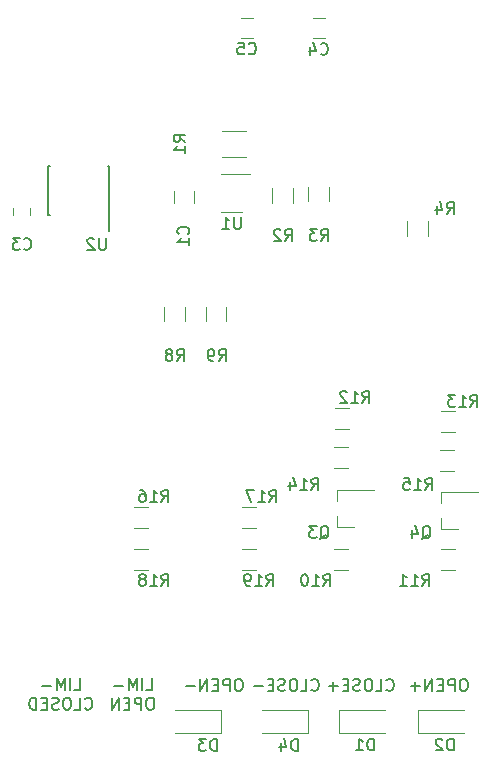
<source format=gbo>
G04 #@! TF.GenerationSoftware,KiCad,Pcbnew,(5.0.0-3-g5ebb6b6)*
G04 #@! TF.CreationDate,2018-11-03T13:06:53-04:00*
G04 #@! TF.ProjectId,injector,696E6A6563746F722E6B696361645F70,rev?*
G04 #@! TF.SameCoordinates,Original*
G04 #@! TF.FileFunction,Legend,Bot*
G04 #@! TF.FilePolarity,Positive*
%FSLAX46Y46*%
G04 Gerber Fmt 4.6, Leading zero omitted, Abs format (unit mm)*
G04 Created by KiCad (PCBNEW (5.0.0-3-g5ebb6b6)) date Saturday, November 03, 2018 at 01:06:53 PM*
%MOMM*%
%LPD*%
G01*
G04 APERTURE LIST*
%ADD10C,0.150000*%
%ADD11C,0.120000*%
G04 APERTURE END LIST*
D10*
X145645047Y-142121380D02*
X146121238Y-142121380D01*
X146121238Y-141121380D01*
X145311714Y-142121380D02*
X145311714Y-141121380D01*
X144835523Y-142121380D02*
X144835523Y-141121380D01*
X144502190Y-141835666D01*
X144168857Y-141121380D01*
X144168857Y-142121380D01*
X143692666Y-141740428D02*
X142930761Y-141740428D01*
X146573619Y-143676142D02*
X146621238Y-143723761D01*
X146764095Y-143771380D01*
X146859333Y-143771380D01*
X147002190Y-143723761D01*
X147097428Y-143628523D01*
X147145047Y-143533285D01*
X147192666Y-143342809D01*
X147192666Y-143199952D01*
X147145047Y-143009476D01*
X147097428Y-142914238D01*
X147002190Y-142819000D01*
X146859333Y-142771380D01*
X146764095Y-142771380D01*
X146621238Y-142819000D01*
X146573619Y-142866619D01*
X145668857Y-143771380D02*
X146145047Y-143771380D01*
X146145047Y-142771380D01*
X145145047Y-142771380D02*
X144954571Y-142771380D01*
X144859333Y-142819000D01*
X144764095Y-142914238D01*
X144716476Y-143104714D01*
X144716476Y-143438047D01*
X144764095Y-143628523D01*
X144859333Y-143723761D01*
X144954571Y-143771380D01*
X145145047Y-143771380D01*
X145240285Y-143723761D01*
X145335523Y-143628523D01*
X145383142Y-143438047D01*
X145383142Y-143104714D01*
X145335523Y-142914238D01*
X145240285Y-142819000D01*
X145145047Y-142771380D01*
X144335523Y-143723761D02*
X144192666Y-143771380D01*
X143954571Y-143771380D01*
X143859333Y-143723761D01*
X143811714Y-143676142D01*
X143764095Y-143580904D01*
X143764095Y-143485666D01*
X143811714Y-143390428D01*
X143859333Y-143342809D01*
X143954571Y-143295190D01*
X144145047Y-143247571D01*
X144240285Y-143199952D01*
X144287904Y-143152333D01*
X144335523Y-143057095D01*
X144335523Y-142961857D01*
X144287904Y-142866619D01*
X144240285Y-142819000D01*
X144145047Y-142771380D01*
X143906952Y-142771380D01*
X143764095Y-142819000D01*
X143335523Y-143247571D02*
X143002190Y-143247571D01*
X142859333Y-143771380D02*
X143335523Y-143771380D01*
X143335523Y-142771380D01*
X142859333Y-142771380D01*
X142430761Y-143771380D02*
X142430761Y-142771380D01*
X142192666Y-142771380D01*
X142049809Y-142819000D01*
X141954571Y-142914238D01*
X141906952Y-143009476D01*
X141859333Y-143199952D01*
X141859333Y-143342809D01*
X141906952Y-143533285D01*
X141954571Y-143628523D01*
X142049809Y-143723761D01*
X142192666Y-143771380D01*
X142430761Y-143771380D01*
X151741047Y-142121380D02*
X152217238Y-142121380D01*
X152217238Y-141121380D01*
X151407714Y-142121380D02*
X151407714Y-141121380D01*
X150931523Y-142121380D02*
X150931523Y-141121380D01*
X150598190Y-141835666D01*
X150264857Y-141121380D01*
X150264857Y-142121380D01*
X149788666Y-141740428D02*
X149026761Y-141740428D01*
X152193428Y-142771380D02*
X152002952Y-142771380D01*
X151907714Y-142819000D01*
X151812476Y-142914238D01*
X151764857Y-143104714D01*
X151764857Y-143438047D01*
X151812476Y-143628523D01*
X151907714Y-143723761D01*
X152002952Y-143771380D01*
X152193428Y-143771380D01*
X152288666Y-143723761D01*
X152383904Y-143628523D01*
X152431523Y-143438047D01*
X152431523Y-143104714D01*
X152383904Y-142914238D01*
X152288666Y-142819000D01*
X152193428Y-142771380D01*
X151336285Y-143771380D02*
X151336285Y-142771380D01*
X150955333Y-142771380D01*
X150860095Y-142819000D01*
X150812476Y-142866619D01*
X150764857Y-142961857D01*
X150764857Y-143104714D01*
X150812476Y-143199952D01*
X150860095Y-143247571D01*
X150955333Y-143295190D01*
X151336285Y-143295190D01*
X150336285Y-143247571D02*
X150002952Y-143247571D01*
X149860095Y-143771380D02*
X150336285Y-143771380D01*
X150336285Y-142771380D01*
X149860095Y-142771380D01*
X149431523Y-143771380D02*
X149431523Y-142771380D01*
X148860095Y-143771380D01*
X148860095Y-142771380D01*
X159670476Y-141184380D02*
X159480000Y-141184380D01*
X159384761Y-141232000D01*
X159289523Y-141327238D01*
X159241904Y-141517714D01*
X159241904Y-141851047D01*
X159289523Y-142041523D01*
X159384761Y-142136761D01*
X159480000Y-142184380D01*
X159670476Y-142184380D01*
X159765714Y-142136761D01*
X159860952Y-142041523D01*
X159908571Y-141851047D01*
X159908571Y-141517714D01*
X159860952Y-141327238D01*
X159765714Y-141232000D01*
X159670476Y-141184380D01*
X158813333Y-142184380D02*
X158813333Y-141184380D01*
X158432380Y-141184380D01*
X158337142Y-141232000D01*
X158289523Y-141279619D01*
X158241904Y-141374857D01*
X158241904Y-141517714D01*
X158289523Y-141612952D01*
X158337142Y-141660571D01*
X158432380Y-141708190D01*
X158813333Y-141708190D01*
X157813333Y-141660571D02*
X157480000Y-141660571D01*
X157337142Y-142184380D02*
X157813333Y-142184380D01*
X157813333Y-141184380D01*
X157337142Y-141184380D01*
X156908571Y-142184380D02*
X156908571Y-141184380D01*
X156337142Y-142184380D01*
X156337142Y-141184380D01*
X155860952Y-141803428D02*
X155099047Y-141803428D01*
X165742666Y-142089142D02*
X165790285Y-142136761D01*
X165933142Y-142184380D01*
X166028380Y-142184380D01*
X166171238Y-142136761D01*
X166266476Y-142041523D01*
X166314095Y-141946285D01*
X166361714Y-141755809D01*
X166361714Y-141612952D01*
X166314095Y-141422476D01*
X166266476Y-141327238D01*
X166171238Y-141232000D01*
X166028380Y-141184380D01*
X165933142Y-141184380D01*
X165790285Y-141232000D01*
X165742666Y-141279619D01*
X164837904Y-142184380D02*
X165314095Y-142184380D01*
X165314095Y-141184380D01*
X164314095Y-141184380D02*
X164123619Y-141184380D01*
X164028380Y-141232000D01*
X163933142Y-141327238D01*
X163885523Y-141517714D01*
X163885523Y-141851047D01*
X163933142Y-142041523D01*
X164028380Y-142136761D01*
X164123619Y-142184380D01*
X164314095Y-142184380D01*
X164409333Y-142136761D01*
X164504571Y-142041523D01*
X164552190Y-141851047D01*
X164552190Y-141517714D01*
X164504571Y-141327238D01*
X164409333Y-141232000D01*
X164314095Y-141184380D01*
X163504571Y-142136761D02*
X163361714Y-142184380D01*
X163123619Y-142184380D01*
X163028380Y-142136761D01*
X162980761Y-142089142D01*
X162933142Y-141993904D01*
X162933142Y-141898666D01*
X162980761Y-141803428D01*
X163028380Y-141755809D01*
X163123619Y-141708190D01*
X163314095Y-141660571D01*
X163409333Y-141612952D01*
X163456952Y-141565333D01*
X163504571Y-141470095D01*
X163504571Y-141374857D01*
X163456952Y-141279619D01*
X163409333Y-141232000D01*
X163314095Y-141184380D01*
X163076000Y-141184380D01*
X162933142Y-141232000D01*
X162504571Y-141660571D02*
X162171238Y-141660571D01*
X162028380Y-142184380D02*
X162504571Y-142184380D01*
X162504571Y-141184380D01*
X162028380Y-141184380D01*
X161599809Y-141803428D02*
X160837904Y-141803428D01*
X172092666Y-142089142D02*
X172140285Y-142136761D01*
X172283142Y-142184380D01*
X172378380Y-142184380D01*
X172521238Y-142136761D01*
X172616476Y-142041523D01*
X172664095Y-141946285D01*
X172711714Y-141755809D01*
X172711714Y-141612952D01*
X172664095Y-141422476D01*
X172616476Y-141327238D01*
X172521238Y-141232000D01*
X172378380Y-141184380D01*
X172283142Y-141184380D01*
X172140285Y-141232000D01*
X172092666Y-141279619D01*
X171187904Y-142184380D02*
X171664095Y-142184380D01*
X171664095Y-141184380D01*
X170664095Y-141184380D02*
X170473619Y-141184380D01*
X170378380Y-141232000D01*
X170283142Y-141327238D01*
X170235523Y-141517714D01*
X170235523Y-141851047D01*
X170283142Y-142041523D01*
X170378380Y-142136761D01*
X170473619Y-142184380D01*
X170664095Y-142184380D01*
X170759333Y-142136761D01*
X170854571Y-142041523D01*
X170902190Y-141851047D01*
X170902190Y-141517714D01*
X170854571Y-141327238D01*
X170759333Y-141232000D01*
X170664095Y-141184380D01*
X169854571Y-142136761D02*
X169711714Y-142184380D01*
X169473619Y-142184380D01*
X169378380Y-142136761D01*
X169330761Y-142089142D01*
X169283142Y-141993904D01*
X169283142Y-141898666D01*
X169330761Y-141803428D01*
X169378380Y-141755809D01*
X169473619Y-141708190D01*
X169664095Y-141660571D01*
X169759333Y-141612952D01*
X169806952Y-141565333D01*
X169854571Y-141470095D01*
X169854571Y-141374857D01*
X169806952Y-141279619D01*
X169759333Y-141232000D01*
X169664095Y-141184380D01*
X169426000Y-141184380D01*
X169283142Y-141232000D01*
X168854571Y-141660571D02*
X168521238Y-141660571D01*
X168378380Y-142184380D02*
X168854571Y-142184380D01*
X168854571Y-141184380D01*
X168378380Y-141184380D01*
X167949809Y-141803428D02*
X167187904Y-141803428D01*
X167568857Y-142184380D02*
X167568857Y-141422476D01*
X178720476Y-141184380D02*
X178530000Y-141184380D01*
X178434761Y-141232000D01*
X178339523Y-141327238D01*
X178291904Y-141517714D01*
X178291904Y-141851047D01*
X178339523Y-142041523D01*
X178434761Y-142136761D01*
X178530000Y-142184380D01*
X178720476Y-142184380D01*
X178815714Y-142136761D01*
X178910952Y-142041523D01*
X178958571Y-141851047D01*
X178958571Y-141517714D01*
X178910952Y-141327238D01*
X178815714Y-141232000D01*
X178720476Y-141184380D01*
X177863333Y-142184380D02*
X177863333Y-141184380D01*
X177482380Y-141184380D01*
X177387142Y-141232000D01*
X177339523Y-141279619D01*
X177291904Y-141374857D01*
X177291904Y-141517714D01*
X177339523Y-141612952D01*
X177387142Y-141660571D01*
X177482380Y-141708190D01*
X177863333Y-141708190D01*
X176863333Y-141660571D02*
X176530000Y-141660571D01*
X176387142Y-142184380D02*
X176863333Y-142184380D01*
X176863333Y-141184380D01*
X176387142Y-141184380D01*
X175958571Y-142184380D02*
X175958571Y-141184380D01*
X175387142Y-142184380D01*
X175387142Y-141184380D01*
X174910952Y-141803428D02*
X174149047Y-141803428D01*
X174530000Y-142184380D02*
X174530000Y-141422476D01*
D11*
G04 #@! TO.C,U1*
X159904000Y-101686000D02*
X158104000Y-101686000D01*
X158104000Y-98466000D02*
X160554000Y-98466000D01*
G04 #@! TO.C,C1*
X155790000Y-99850000D02*
X155790000Y-100850000D01*
X154090000Y-100850000D02*
X154090000Y-99850000D01*
G04 #@! TO.C,C3*
X141934000Y-101870252D02*
X141934000Y-101347748D01*
X140514000Y-101870252D02*
X140514000Y-101347748D01*
G04 #@! TO.C,C4*
X165850000Y-85256000D02*
X166850000Y-85256000D01*
X166850000Y-86956000D02*
X165850000Y-86956000D01*
G04 #@! TO.C,C5*
X159754000Y-85256000D02*
X160754000Y-85256000D01*
X160754000Y-86956000D02*
X159754000Y-86956000D01*
G04 #@! TO.C,D2*
X174788000Y-145780000D02*
X178688000Y-145780000D01*
X174788000Y-143780000D02*
X178688000Y-143780000D01*
X174788000Y-145780000D02*
X174788000Y-143780000D01*
G04 #@! TO.C,D1*
X168056000Y-145780000D02*
X168056000Y-143780000D01*
X168056000Y-143780000D02*
X171956000Y-143780000D01*
X168056000Y-145780000D02*
X171956000Y-145780000D01*
G04 #@! TO.C,D3*
X158080000Y-143780000D02*
X154180000Y-143780000D01*
X158080000Y-145780000D02*
X154180000Y-145780000D01*
X158080000Y-143780000D02*
X158080000Y-145780000D01*
G04 #@! TO.C,D4*
X165444000Y-143780000D02*
X165444000Y-145780000D01*
X165444000Y-145780000D02*
X161544000Y-145780000D01*
X165444000Y-143780000D02*
X161544000Y-143780000D01*
D10*
G04 #@! TO.C,U2*
X148575000Y-101897000D02*
X148575000Y-103297000D01*
X143475000Y-101897000D02*
X143475000Y-97747000D01*
X148625000Y-101897000D02*
X148625000Y-97747000D01*
X143475000Y-101897000D02*
X143620000Y-101897000D01*
X143475000Y-97747000D02*
X143620000Y-97747000D01*
X148625000Y-97747000D02*
X148480000Y-97747000D01*
X148625000Y-101897000D02*
X148575000Y-101897000D01*
D11*
G04 #@! TO.C,R4*
X175632000Y-103644000D02*
X175632000Y-102444000D01*
X173872000Y-102444000D02*
X173872000Y-103644000D01*
G04 #@! TO.C,R3*
X165490000Y-99556000D02*
X165490000Y-100756000D01*
X167250000Y-100756000D02*
X167250000Y-99556000D01*
G04 #@! TO.C,R18*
X150704000Y-131944000D02*
X151904000Y-131944000D01*
X151904000Y-130184000D02*
X150704000Y-130184000D01*
G04 #@! TO.C,R8*
X153298000Y-109716000D02*
X153298000Y-110916000D01*
X155058000Y-110916000D02*
X155058000Y-109716000D01*
G04 #@! TO.C,R9*
X158550500Y-110916000D02*
X158550500Y-109716000D01*
X156790500Y-109716000D02*
X156790500Y-110916000D01*
G04 #@! TO.C,R10*
X167628000Y-131944000D02*
X168828000Y-131944000D01*
X168828000Y-130184000D02*
X167628000Y-130184000D01*
G04 #@! TO.C,R11*
X177939000Y-130184000D02*
X176739000Y-130184000D01*
X176739000Y-131944000D02*
X177939000Y-131944000D01*
G04 #@! TO.C,R19*
X161048000Y-130184000D02*
X159848000Y-130184000D01*
X159848000Y-131944000D02*
X161048000Y-131944000D01*
G04 #@! TO.C,R12*
X168922000Y-118246000D02*
X167722000Y-118246000D01*
X167722000Y-120006000D02*
X168922000Y-120006000D01*
G04 #@! TO.C,R13*
X176739000Y-120260000D02*
X177939000Y-120260000D01*
X177939000Y-118500000D02*
X176739000Y-118500000D01*
G04 #@! TO.C,R14*
X168828000Y-121548000D02*
X167628000Y-121548000D01*
X167628000Y-123308000D02*
X168828000Y-123308000D01*
G04 #@! TO.C,R15*
X176645000Y-123562000D02*
X177845000Y-123562000D01*
X177845000Y-121802000D02*
X176645000Y-121802000D01*
G04 #@! TO.C,R16*
X150704000Y-128388000D02*
X151904000Y-128388000D01*
X151904000Y-126628000D02*
X150704000Y-126628000D01*
G04 #@! TO.C,R2*
X162442000Y-99650000D02*
X162442000Y-100850000D01*
X164202000Y-100850000D02*
X164202000Y-99650000D01*
G04 #@! TO.C,R17*
X161048000Y-126628000D02*
X159848000Y-126628000D01*
X159848000Y-128388000D02*
X161048000Y-128388000D01*
G04 #@! TO.C,R1*
X158163000Y-96955000D02*
X160163000Y-96955000D01*
X160163000Y-94815000D02*
X158163000Y-94815000D01*
G04 #@! TO.C,Q4*
X176683000Y-128514000D02*
X176683000Y-127584000D01*
X176683000Y-125354000D02*
X176683000Y-126284000D01*
X176683000Y-125354000D02*
X179843000Y-125354000D01*
X176683000Y-128514000D02*
X178143000Y-128514000D01*
G04 #@! TO.C,Q3*
X167896000Y-128326000D02*
X169356000Y-128326000D01*
X167896000Y-125166000D02*
X171056000Y-125166000D01*
X167896000Y-125166000D02*
X167896000Y-126096000D01*
X167896000Y-128326000D02*
X167896000Y-127396000D01*
G04 #@! TO.C,U1*
D10*
X159765904Y-102068380D02*
X159765904Y-102877904D01*
X159718285Y-102973142D01*
X159670666Y-103020761D01*
X159575428Y-103068380D01*
X159384952Y-103068380D01*
X159289714Y-103020761D01*
X159242095Y-102973142D01*
X159194476Y-102877904D01*
X159194476Y-102068380D01*
X158194476Y-103068380D02*
X158765904Y-103068380D01*
X158480190Y-103068380D02*
X158480190Y-102068380D01*
X158575428Y-102211238D01*
X158670666Y-102306476D01*
X158765904Y-102354095D01*
G04 #@! TO.C,C1*
X155297142Y-103505333D02*
X155344761Y-103457714D01*
X155392380Y-103314857D01*
X155392380Y-103219619D01*
X155344761Y-103076761D01*
X155249523Y-102981523D01*
X155154285Y-102933904D01*
X154963809Y-102886285D01*
X154820952Y-102886285D01*
X154630476Y-102933904D01*
X154535238Y-102981523D01*
X154440000Y-103076761D01*
X154392380Y-103219619D01*
X154392380Y-103314857D01*
X154440000Y-103457714D01*
X154487619Y-103505333D01*
X155392380Y-104457714D02*
X155392380Y-103886285D01*
X155392380Y-104172000D02*
X154392380Y-104172000D01*
X154535238Y-104076761D01*
X154630476Y-103981523D01*
X154678095Y-103886285D01*
G04 #@! TO.C,C3*
X141390666Y-104751142D02*
X141438285Y-104798761D01*
X141581142Y-104846380D01*
X141676380Y-104846380D01*
X141819238Y-104798761D01*
X141914476Y-104703523D01*
X141962095Y-104608285D01*
X142009714Y-104417809D01*
X142009714Y-104274952D01*
X141962095Y-104084476D01*
X141914476Y-103989238D01*
X141819238Y-103894000D01*
X141676380Y-103846380D01*
X141581142Y-103846380D01*
X141438285Y-103894000D01*
X141390666Y-103941619D01*
X141057333Y-103846380D02*
X140438285Y-103846380D01*
X140771619Y-104227333D01*
X140628761Y-104227333D01*
X140533523Y-104274952D01*
X140485904Y-104322571D01*
X140438285Y-104417809D01*
X140438285Y-104655904D01*
X140485904Y-104751142D01*
X140533523Y-104798761D01*
X140628761Y-104846380D01*
X140914476Y-104846380D01*
X141009714Y-104798761D01*
X141057333Y-104751142D01*
G04 #@! TO.C,C4*
X166516666Y-88241142D02*
X166564285Y-88288761D01*
X166707142Y-88336380D01*
X166802380Y-88336380D01*
X166945238Y-88288761D01*
X167040476Y-88193523D01*
X167088095Y-88098285D01*
X167135714Y-87907809D01*
X167135714Y-87764952D01*
X167088095Y-87574476D01*
X167040476Y-87479238D01*
X166945238Y-87384000D01*
X166802380Y-87336380D01*
X166707142Y-87336380D01*
X166564285Y-87384000D01*
X166516666Y-87431619D01*
X165659523Y-87669714D02*
X165659523Y-88336380D01*
X165897619Y-87288761D02*
X166135714Y-88003047D01*
X165516666Y-88003047D01*
G04 #@! TO.C,C5*
X160420666Y-88213142D02*
X160468285Y-88260761D01*
X160611142Y-88308380D01*
X160706380Y-88308380D01*
X160849238Y-88260761D01*
X160944476Y-88165523D01*
X160992095Y-88070285D01*
X161039714Y-87879809D01*
X161039714Y-87736952D01*
X160992095Y-87546476D01*
X160944476Y-87451238D01*
X160849238Y-87356000D01*
X160706380Y-87308380D01*
X160611142Y-87308380D01*
X160468285Y-87356000D01*
X160420666Y-87403619D01*
X159515904Y-87308380D02*
X159992095Y-87308380D01*
X160039714Y-87784571D01*
X159992095Y-87736952D01*
X159896857Y-87689333D01*
X159658761Y-87689333D01*
X159563523Y-87736952D01*
X159515904Y-87784571D01*
X159468285Y-87879809D01*
X159468285Y-88117904D01*
X159515904Y-88213142D01*
X159563523Y-88260761D01*
X159658761Y-88308380D01*
X159896857Y-88308380D01*
X159992095Y-88260761D01*
X160039714Y-88213142D01*
G04 #@! TO.C,D2*
X177776095Y-147232380D02*
X177776095Y-146232380D01*
X177538000Y-146232380D01*
X177395142Y-146280000D01*
X177299904Y-146375238D01*
X177252285Y-146470476D01*
X177204666Y-146660952D01*
X177204666Y-146803809D01*
X177252285Y-146994285D01*
X177299904Y-147089523D01*
X177395142Y-147184761D01*
X177538000Y-147232380D01*
X177776095Y-147232380D01*
X176823714Y-146327619D02*
X176776095Y-146280000D01*
X176680857Y-146232380D01*
X176442761Y-146232380D01*
X176347523Y-146280000D01*
X176299904Y-146327619D01*
X176252285Y-146422857D01*
X176252285Y-146518095D01*
X176299904Y-146660952D01*
X176871333Y-147232380D01*
X176252285Y-147232380D01*
G04 #@! TO.C,D1*
X171044095Y-147232380D02*
X171044095Y-146232380D01*
X170806000Y-146232380D01*
X170663142Y-146280000D01*
X170567904Y-146375238D01*
X170520285Y-146470476D01*
X170472666Y-146660952D01*
X170472666Y-146803809D01*
X170520285Y-146994285D01*
X170567904Y-147089523D01*
X170663142Y-147184761D01*
X170806000Y-147232380D01*
X171044095Y-147232380D01*
X169520285Y-147232380D02*
X170091714Y-147232380D01*
X169806000Y-147232380D02*
X169806000Y-146232380D01*
X169901238Y-146375238D01*
X169996476Y-146470476D01*
X170091714Y-146518095D01*
G04 #@! TO.C,D3*
X157710095Y-147264380D02*
X157710095Y-146264380D01*
X157472000Y-146264380D01*
X157329142Y-146312000D01*
X157233904Y-146407238D01*
X157186285Y-146502476D01*
X157138666Y-146692952D01*
X157138666Y-146835809D01*
X157186285Y-147026285D01*
X157233904Y-147121523D01*
X157329142Y-147216761D01*
X157472000Y-147264380D01*
X157710095Y-147264380D01*
X156805333Y-146264380D02*
X156186285Y-146264380D01*
X156519619Y-146645333D01*
X156376761Y-146645333D01*
X156281523Y-146692952D01*
X156233904Y-146740571D01*
X156186285Y-146835809D01*
X156186285Y-147073904D01*
X156233904Y-147169142D01*
X156281523Y-147216761D01*
X156376761Y-147264380D01*
X156662476Y-147264380D01*
X156757714Y-147216761D01*
X156805333Y-147169142D01*
G04 #@! TO.C,D4*
X164568095Y-147264380D02*
X164568095Y-146264380D01*
X164330000Y-146264380D01*
X164187142Y-146312000D01*
X164091904Y-146407238D01*
X164044285Y-146502476D01*
X163996666Y-146692952D01*
X163996666Y-146835809D01*
X164044285Y-147026285D01*
X164091904Y-147121523D01*
X164187142Y-147216761D01*
X164330000Y-147264380D01*
X164568095Y-147264380D01*
X163139523Y-146597714D02*
X163139523Y-147264380D01*
X163377619Y-146216761D02*
X163615714Y-146931047D01*
X162996666Y-146931047D01*
G04 #@! TO.C,U2*
X148335904Y-103846380D02*
X148335904Y-104655904D01*
X148288285Y-104751142D01*
X148240666Y-104798761D01*
X148145428Y-104846380D01*
X147954952Y-104846380D01*
X147859714Y-104798761D01*
X147812095Y-104751142D01*
X147764476Y-104655904D01*
X147764476Y-103846380D01*
X147335904Y-103941619D02*
X147288285Y-103894000D01*
X147193047Y-103846380D01*
X146954952Y-103846380D01*
X146859714Y-103894000D01*
X146812095Y-103941619D01*
X146764476Y-104036857D01*
X146764476Y-104132095D01*
X146812095Y-104274952D01*
X147383523Y-104846380D01*
X146764476Y-104846380D01*
G04 #@! TO.C,R4*
X177204666Y-101798380D02*
X177538000Y-101322190D01*
X177776095Y-101798380D02*
X177776095Y-100798380D01*
X177395142Y-100798380D01*
X177299904Y-100846000D01*
X177252285Y-100893619D01*
X177204666Y-100988857D01*
X177204666Y-101131714D01*
X177252285Y-101226952D01*
X177299904Y-101274571D01*
X177395142Y-101322190D01*
X177776095Y-101322190D01*
X176347523Y-101131714D02*
X176347523Y-101798380D01*
X176585619Y-100750761D02*
X176823714Y-101465047D01*
X176204666Y-101465047D01*
G04 #@! TO.C,R3*
X166536666Y-104084380D02*
X166870000Y-103608190D01*
X167108095Y-104084380D02*
X167108095Y-103084380D01*
X166727142Y-103084380D01*
X166631904Y-103132000D01*
X166584285Y-103179619D01*
X166536666Y-103274857D01*
X166536666Y-103417714D01*
X166584285Y-103512952D01*
X166631904Y-103560571D01*
X166727142Y-103608190D01*
X167108095Y-103608190D01*
X166203333Y-103084380D02*
X165584285Y-103084380D01*
X165917619Y-103465333D01*
X165774761Y-103465333D01*
X165679523Y-103512952D01*
X165631904Y-103560571D01*
X165584285Y-103655809D01*
X165584285Y-103893904D01*
X165631904Y-103989142D01*
X165679523Y-104036761D01*
X165774761Y-104084380D01*
X166060476Y-104084380D01*
X166155714Y-104036761D01*
X166203333Y-103989142D01*
G04 #@! TO.C,R18*
X153042857Y-133294380D02*
X153376190Y-132818190D01*
X153614285Y-133294380D02*
X153614285Y-132294380D01*
X153233333Y-132294380D01*
X153138095Y-132342000D01*
X153090476Y-132389619D01*
X153042857Y-132484857D01*
X153042857Y-132627714D01*
X153090476Y-132722952D01*
X153138095Y-132770571D01*
X153233333Y-132818190D01*
X153614285Y-132818190D01*
X152090476Y-133294380D02*
X152661904Y-133294380D01*
X152376190Y-133294380D02*
X152376190Y-132294380D01*
X152471428Y-132437238D01*
X152566666Y-132532476D01*
X152661904Y-132580095D01*
X151519047Y-132722952D02*
X151614285Y-132675333D01*
X151661904Y-132627714D01*
X151709523Y-132532476D01*
X151709523Y-132484857D01*
X151661904Y-132389619D01*
X151614285Y-132342000D01*
X151519047Y-132294380D01*
X151328571Y-132294380D01*
X151233333Y-132342000D01*
X151185714Y-132389619D01*
X151138095Y-132484857D01*
X151138095Y-132532476D01*
X151185714Y-132627714D01*
X151233333Y-132675333D01*
X151328571Y-132722952D01*
X151519047Y-132722952D01*
X151614285Y-132770571D01*
X151661904Y-132818190D01*
X151709523Y-132913428D01*
X151709523Y-133103904D01*
X151661904Y-133199142D01*
X151614285Y-133246761D01*
X151519047Y-133294380D01*
X151328571Y-133294380D01*
X151233333Y-133246761D01*
X151185714Y-133199142D01*
X151138095Y-133103904D01*
X151138095Y-132913428D01*
X151185714Y-132818190D01*
X151233333Y-132770571D01*
X151328571Y-132722952D01*
G04 #@! TO.C,R8*
X154344666Y-114244380D02*
X154678000Y-113768190D01*
X154916095Y-114244380D02*
X154916095Y-113244380D01*
X154535142Y-113244380D01*
X154439904Y-113292000D01*
X154392285Y-113339619D01*
X154344666Y-113434857D01*
X154344666Y-113577714D01*
X154392285Y-113672952D01*
X154439904Y-113720571D01*
X154535142Y-113768190D01*
X154916095Y-113768190D01*
X153773238Y-113672952D02*
X153868476Y-113625333D01*
X153916095Y-113577714D01*
X153963714Y-113482476D01*
X153963714Y-113434857D01*
X153916095Y-113339619D01*
X153868476Y-113292000D01*
X153773238Y-113244380D01*
X153582761Y-113244380D01*
X153487523Y-113292000D01*
X153439904Y-113339619D01*
X153392285Y-113434857D01*
X153392285Y-113482476D01*
X153439904Y-113577714D01*
X153487523Y-113625333D01*
X153582761Y-113672952D01*
X153773238Y-113672952D01*
X153868476Y-113720571D01*
X153916095Y-113768190D01*
X153963714Y-113863428D01*
X153963714Y-114053904D01*
X153916095Y-114149142D01*
X153868476Y-114196761D01*
X153773238Y-114244380D01*
X153582761Y-114244380D01*
X153487523Y-114196761D01*
X153439904Y-114149142D01*
X153392285Y-114053904D01*
X153392285Y-113863428D01*
X153439904Y-113768190D01*
X153487523Y-113720571D01*
X153582761Y-113672952D01*
G04 #@! TO.C,R9*
X157900666Y-114244380D02*
X158234000Y-113768190D01*
X158472095Y-114244380D02*
X158472095Y-113244380D01*
X158091142Y-113244380D01*
X157995904Y-113292000D01*
X157948285Y-113339619D01*
X157900666Y-113434857D01*
X157900666Y-113577714D01*
X157948285Y-113672952D01*
X157995904Y-113720571D01*
X158091142Y-113768190D01*
X158472095Y-113768190D01*
X157424476Y-114244380D02*
X157234000Y-114244380D01*
X157138761Y-114196761D01*
X157091142Y-114149142D01*
X156995904Y-114006285D01*
X156948285Y-113815809D01*
X156948285Y-113434857D01*
X156995904Y-113339619D01*
X157043523Y-113292000D01*
X157138761Y-113244380D01*
X157329238Y-113244380D01*
X157424476Y-113292000D01*
X157472095Y-113339619D01*
X157519714Y-113434857D01*
X157519714Y-113672952D01*
X157472095Y-113768190D01*
X157424476Y-113815809D01*
X157329238Y-113863428D01*
X157138761Y-113863428D01*
X157043523Y-113815809D01*
X156995904Y-113768190D01*
X156948285Y-113672952D01*
G04 #@! TO.C,R10*
X166758857Y-133294380D02*
X167092190Y-132818190D01*
X167330285Y-133294380D02*
X167330285Y-132294380D01*
X166949333Y-132294380D01*
X166854095Y-132342000D01*
X166806476Y-132389619D01*
X166758857Y-132484857D01*
X166758857Y-132627714D01*
X166806476Y-132722952D01*
X166854095Y-132770571D01*
X166949333Y-132818190D01*
X167330285Y-132818190D01*
X165806476Y-133294380D02*
X166377904Y-133294380D01*
X166092190Y-133294380D02*
X166092190Y-132294380D01*
X166187428Y-132437238D01*
X166282666Y-132532476D01*
X166377904Y-132580095D01*
X165187428Y-132294380D02*
X165092190Y-132294380D01*
X164996952Y-132342000D01*
X164949333Y-132389619D01*
X164901714Y-132484857D01*
X164854095Y-132675333D01*
X164854095Y-132913428D01*
X164901714Y-133103904D01*
X164949333Y-133199142D01*
X164996952Y-133246761D01*
X165092190Y-133294380D01*
X165187428Y-133294380D01*
X165282666Y-133246761D01*
X165330285Y-133199142D01*
X165377904Y-133103904D01*
X165425523Y-132913428D01*
X165425523Y-132675333D01*
X165377904Y-132484857D01*
X165330285Y-132389619D01*
X165282666Y-132342000D01*
X165187428Y-132294380D01*
G04 #@! TO.C,R11*
X175140857Y-133294380D02*
X175474190Y-132818190D01*
X175712285Y-133294380D02*
X175712285Y-132294380D01*
X175331333Y-132294380D01*
X175236095Y-132342000D01*
X175188476Y-132389619D01*
X175140857Y-132484857D01*
X175140857Y-132627714D01*
X175188476Y-132722952D01*
X175236095Y-132770571D01*
X175331333Y-132818190D01*
X175712285Y-132818190D01*
X174188476Y-133294380D02*
X174759904Y-133294380D01*
X174474190Y-133294380D02*
X174474190Y-132294380D01*
X174569428Y-132437238D01*
X174664666Y-132532476D01*
X174759904Y-132580095D01*
X173236095Y-133294380D02*
X173807523Y-133294380D01*
X173521809Y-133294380D02*
X173521809Y-132294380D01*
X173617047Y-132437238D01*
X173712285Y-132532476D01*
X173807523Y-132580095D01*
G04 #@! TO.C,R19*
X161932857Y-133294380D02*
X162266190Y-132818190D01*
X162504285Y-133294380D02*
X162504285Y-132294380D01*
X162123333Y-132294380D01*
X162028095Y-132342000D01*
X161980476Y-132389619D01*
X161932857Y-132484857D01*
X161932857Y-132627714D01*
X161980476Y-132722952D01*
X162028095Y-132770571D01*
X162123333Y-132818190D01*
X162504285Y-132818190D01*
X160980476Y-133294380D02*
X161551904Y-133294380D01*
X161266190Y-133294380D02*
X161266190Y-132294380D01*
X161361428Y-132437238D01*
X161456666Y-132532476D01*
X161551904Y-132580095D01*
X160504285Y-133294380D02*
X160313809Y-133294380D01*
X160218571Y-133246761D01*
X160170952Y-133199142D01*
X160075714Y-133056285D01*
X160028095Y-132865809D01*
X160028095Y-132484857D01*
X160075714Y-132389619D01*
X160123333Y-132342000D01*
X160218571Y-132294380D01*
X160409047Y-132294380D01*
X160504285Y-132342000D01*
X160551904Y-132389619D01*
X160599523Y-132484857D01*
X160599523Y-132722952D01*
X160551904Y-132818190D01*
X160504285Y-132865809D01*
X160409047Y-132913428D01*
X160218571Y-132913428D01*
X160123333Y-132865809D01*
X160075714Y-132818190D01*
X160028095Y-132722952D01*
G04 #@! TO.C,R12*
X170060857Y-117800380D02*
X170394190Y-117324190D01*
X170632285Y-117800380D02*
X170632285Y-116800380D01*
X170251333Y-116800380D01*
X170156095Y-116848000D01*
X170108476Y-116895619D01*
X170060857Y-116990857D01*
X170060857Y-117133714D01*
X170108476Y-117228952D01*
X170156095Y-117276571D01*
X170251333Y-117324190D01*
X170632285Y-117324190D01*
X169108476Y-117800380D02*
X169679904Y-117800380D01*
X169394190Y-117800380D02*
X169394190Y-116800380D01*
X169489428Y-116943238D01*
X169584666Y-117038476D01*
X169679904Y-117086095D01*
X168727523Y-116895619D02*
X168679904Y-116848000D01*
X168584666Y-116800380D01*
X168346571Y-116800380D01*
X168251333Y-116848000D01*
X168203714Y-116895619D01*
X168156095Y-116990857D01*
X168156095Y-117086095D01*
X168203714Y-117228952D01*
X168775142Y-117800380D01*
X168156095Y-117800380D01*
G04 #@! TO.C,R13*
X179204857Y-118132380D02*
X179538190Y-117656190D01*
X179776285Y-118132380D02*
X179776285Y-117132380D01*
X179395333Y-117132380D01*
X179300095Y-117180000D01*
X179252476Y-117227619D01*
X179204857Y-117322857D01*
X179204857Y-117465714D01*
X179252476Y-117560952D01*
X179300095Y-117608571D01*
X179395333Y-117656190D01*
X179776285Y-117656190D01*
X178252476Y-118132380D02*
X178823904Y-118132380D01*
X178538190Y-118132380D02*
X178538190Y-117132380D01*
X178633428Y-117275238D01*
X178728666Y-117370476D01*
X178823904Y-117418095D01*
X177919142Y-117132380D02*
X177300095Y-117132380D01*
X177633428Y-117513333D01*
X177490571Y-117513333D01*
X177395333Y-117560952D01*
X177347714Y-117608571D01*
X177300095Y-117703809D01*
X177300095Y-117941904D01*
X177347714Y-118037142D01*
X177395333Y-118084761D01*
X177490571Y-118132380D01*
X177776285Y-118132380D01*
X177871523Y-118084761D01*
X177919142Y-118037142D01*
G04 #@! TO.C,R14*
X165742857Y-125166380D02*
X166076190Y-124690190D01*
X166314285Y-125166380D02*
X166314285Y-124166380D01*
X165933333Y-124166380D01*
X165838095Y-124214000D01*
X165790476Y-124261619D01*
X165742857Y-124356857D01*
X165742857Y-124499714D01*
X165790476Y-124594952D01*
X165838095Y-124642571D01*
X165933333Y-124690190D01*
X166314285Y-124690190D01*
X164790476Y-125166380D02*
X165361904Y-125166380D01*
X165076190Y-125166380D02*
X165076190Y-124166380D01*
X165171428Y-124309238D01*
X165266666Y-124404476D01*
X165361904Y-124452095D01*
X163933333Y-124499714D02*
X163933333Y-125166380D01*
X164171428Y-124118761D02*
X164409523Y-124833047D01*
X163790476Y-124833047D01*
G04 #@! TO.C,R15*
X175394857Y-125166380D02*
X175728190Y-124690190D01*
X175966285Y-125166380D02*
X175966285Y-124166380D01*
X175585333Y-124166380D01*
X175490095Y-124214000D01*
X175442476Y-124261619D01*
X175394857Y-124356857D01*
X175394857Y-124499714D01*
X175442476Y-124594952D01*
X175490095Y-124642571D01*
X175585333Y-124690190D01*
X175966285Y-124690190D01*
X174442476Y-125166380D02*
X175013904Y-125166380D01*
X174728190Y-125166380D02*
X174728190Y-124166380D01*
X174823428Y-124309238D01*
X174918666Y-124404476D01*
X175013904Y-124452095D01*
X173537714Y-124166380D02*
X174013904Y-124166380D01*
X174061523Y-124642571D01*
X174013904Y-124594952D01*
X173918666Y-124547333D01*
X173680571Y-124547333D01*
X173585333Y-124594952D01*
X173537714Y-124642571D01*
X173490095Y-124737809D01*
X173490095Y-124975904D01*
X173537714Y-125071142D01*
X173585333Y-125118761D01*
X173680571Y-125166380D01*
X173918666Y-125166380D01*
X174013904Y-125118761D01*
X174061523Y-125071142D01*
G04 #@! TO.C,R16*
X153042857Y-126182380D02*
X153376190Y-125706190D01*
X153614285Y-126182380D02*
X153614285Y-125182380D01*
X153233333Y-125182380D01*
X153138095Y-125230000D01*
X153090476Y-125277619D01*
X153042857Y-125372857D01*
X153042857Y-125515714D01*
X153090476Y-125610952D01*
X153138095Y-125658571D01*
X153233333Y-125706190D01*
X153614285Y-125706190D01*
X152090476Y-126182380D02*
X152661904Y-126182380D01*
X152376190Y-126182380D02*
X152376190Y-125182380D01*
X152471428Y-125325238D01*
X152566666Y-125420476D01*
X152661904Y-125468095D01*
X151233333Y-125182380D02*
X151423809Y-125182380D01*
X151519047Y-125230000D01*
X151566666Y-125277619D01*
X151661904Y-125420476D01*
X151709523Y-125610952D01*
X151709523Y-125991904D01*
X151661904Y-126087142D01*
X151614285Y-126134761D01*
X151519047Y-126182380D01*
X151328571Y-126182380D01*
X151233333Y-126134761D01*
X151185714Y-126087142D01*
X151138095Y-125991904D01*
X151138095Y-125753809D01*
X151185714Y-125658571D01*
X151233333Y-125610952D01*
X151328571Y-125563333D01*
X151519047Y-125563333D01*
X151614285Y-125610952D01*
X151661904Y-125658571D01*
X151709523Y-125753809D01*
G04 #@! TO.C,R2*
X163488666Y-104084380D02*
X163822000Y-103608190D01*
X164060095Y-104084380D02*
X164060095Y-103084380D01*
X163679142Y-103084380D01*
X163583904Y-103132000D01*
X163536285Y-103179619D01*
X163488666Y-103274857D01*
X163488666Y-103417714D01*
X163536285Y-103512952D01*
X163583904Y-103560571D01*
X163679142Y-103608190D01*
X164060095Y-103608190D01*
X163107714Y-103179619D02*
X163060095Y-103132000D01*
X162964857Y-103084380D01*
X162726761Y-103084380D01*
X162631523Y-103132000D01*
X162583904Y-103179619D01*
X162536285Y-103274857D01*
X162536285Y-103370095D01*
X162583904Y-103512952D01*
X163155333Y-104084380D01*
X162536285Y-104084380D01*
G04 #@! TO.C,R17*
X162186857Y-126182380D02*
X162520190Y-125706190D01*
X162758285Y-126182380D02*
X162758285Y-125182380D01*
X162377333Y-125182380D01*
X162282095Y-125230000D01*
X162234476Y-125277619D01*
X162186857Y-125372857D01*
X162186857Y-125515714D01*
X162234476Y-125610952D01*
X162282095Y-125658571D01*
X162377333Y-125706190D01*
X162758285Y-125706190D01*
X161234476Y-126182380D02*
X161805904Y-126182380D01*
X161520190Y-126182380D02*
X161520190Y-125182380D01*
X161615428Y-125325238D01*
X161710666Y-125420476D01*
X161805904Y-125468095D01*
X160901142Y-125182380D02*
X160234476Y-125182380D01*
X160663047Y-126182380D01*
G04 #@! TO.C,R1*
X155075380Y-95718333D02*
X154599190Y-95385000D01*
X155075380Y-95146904D02*
X154075380Y-95146904D01*
X154075380Y-95527857D01*
X154123000Y-95623095D01*
X154170619Y-95670714D01*
X154265857Y-95718333D01*
X154408714Y-95718333D01*
X154503952Y-95670714D01*
X154551571Y-95623095D01*
X154599190Y-95527857D01*
X154599190Y-95146904D01*
X155075380Y-96670714D02*
X155075380Y-96099285D01*
X155075380Y-96385000D02*
X154075380Y-96385000D01*
X154218238Y-96289761D01*
X154313476Y-96194523D01*
X154361095Y-96099285D01*
G04 #@! TO.C,Q4*
X175101238Y-129325619D02*
X175196476Y-129278000D01*
X175291714Y-129182761D01*
X175434571Y-129039904D01*
X175529809Y-128992285D01*
X175625047Y-128992285D01*
X175577428Y-129230380D02*
X175672666Y-129182761D01*
X175767904Y-129087523D01*
X175815523Y-128897047D01*
X175815523Y-128563714D01*
X175767904Y-128373238D01*
X175672666Y-128278000D01*
X175577428Y-128230380D01*
X175386952Y-128230380D01*
X175291714Y-128278000D01*
X175196476Y-128373238D01*
X175148857Y-128563714D01*
X175148857Y-128897047D01*
X175196476Y-129087523D01*
X175291714Y-129182761D01*
X175386952Y-129230380D01*
X175577428Y-129230380D01*
X174291714Y-128563714D02*
X174291714Y-129230380D01*
X174529809Y-128182761D02*
X174767904Y-128897047D01*
X174148857Y-128897047D01*
G04 #@! TO.C,Q3*
X166465238Y-129325619D02*
X166560476Y-129278000D01*
X166655714Y-129182761D01*
X166798571Y-129039904D01*
X166893809Y-128992285D01*
X166989047Y-128992285D01*
X166941428Y-129230380D02*
X167036666Y-129182761D01*
X167131904Y-129087523D01*
X167179523Y-128897047D01*
X167179523Y-128563714D01*
X167131904Y-128373238D01*
X167036666Y-128278000D01*
X166941428Y-128230380D01*
X166750952Y-128230380D01*
X166655714Y-128278000D01*
X166560476Y-128373238D01*
X166512857Y-128563714D01*
X166512857Y-128897047D01*
X166560476Y-129087523D01*
X166655714Y-129182761D01*
X166750952Y-129230380D01*
X166941428Y-129230380D01*
X166179523Y-128230380D02*
X165560476Y-128230380D01*
X165893809Y-128611333D01*
X165750952Y-128611333D01*
X165655714Y-128658952D01*
X165608095Y-128706571D01*
X165560476Y-128801809D01*
X165560476Y-129039904D01*
X165608095Y-129135142D01*
X165655714Y-129182761D01*
X165750952Y-129230380D01*
X166036666Y-129230380D01*
X166131904Y-129182761D01*
X166179523Y-129135142D01*
G04 #@! TD*
M02*

</source>
